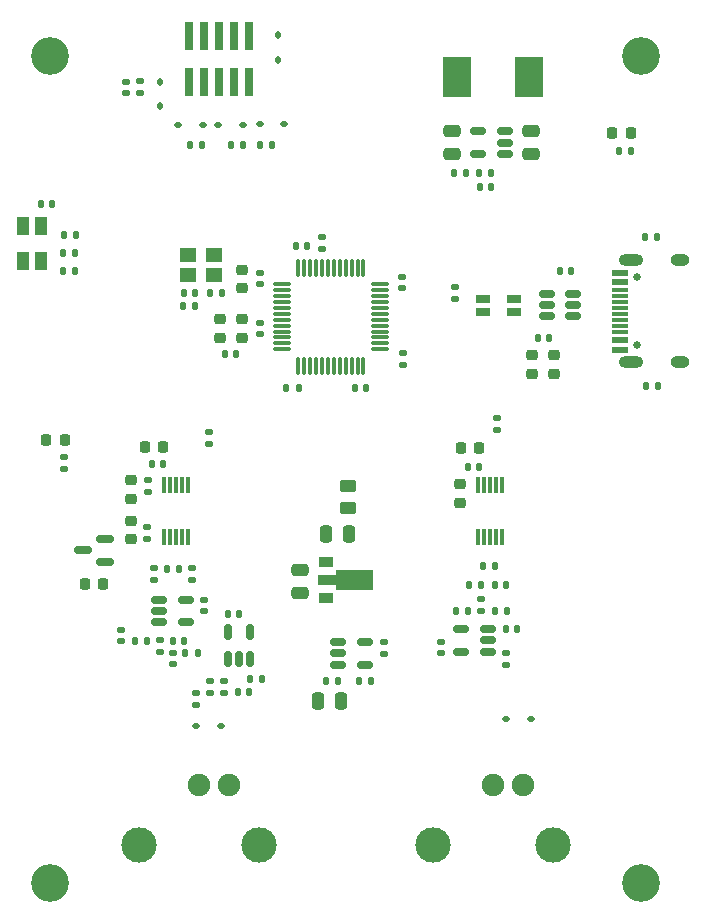
<source format=gbr>
%TF.GenerationSoftware,KiCad,Pcbnew,7.0.9*%
%TF.CreationDate,2024-01-09T08:16:39-05:00*%
%TF.ProjectId,mixed_signal_hw,6d697865-645f-4736-9967-6e616c5f6877,rev?*%
%TF.SameCoordinates,Original*%
%TF.FileFunction,Soldermask,Top*%
%TF.FilePolarity,Negative*%
%FSLAX46Y46*%
G04 Gerber Fmt 4.6, Leading zero omitted, Abs format (unit mm)*
G04 Created by KiCad (PCBNEW 7.0.9) date 2024-01-09 08:16:39*
%MOMM*%
%LPD*%
G01*
G04 APERTURE LIST*
G04 Aperture macros list*
%AMRoundRect*
0 Rectangle with rounded corners*
0 $1 Rounding radius*
0 $2 $3 $4 $5 $6 $7 $8 $9 X,Y pos of 4 corners*
0 Add a 4 corners polygon primitive as box body*
4,1,4,$2,$3,$4,$5,$6,$7,$8,$9,$2,$3,0*
0 Add four circle primitives for the rounded corners*
1,1,$1+$1,$2,$3*
1,1,$1+$1,$4,$5*
1,1,$1+$1,$6,$7*
1,1,$1+$1,$8,$9*
0 Add four rect primitives between the rounded corners*
20,1,$1+$1,$2,$3,$4,$5,0*
20,1,$1+$1,$4,$5,$6,$7,0*
20,1,$1+$1,$6,$7,$8,$9,0*
20,1,$1+$1,$8,$9,$2,$3,0*%
%AMFreePoly0*
4,1,9,3.862500,-0.866500,0.737500,-0.866500,0.737500,-0.450000,-0.737500,-0.450000,-0.737500,0.450000,0.737500,0.450000,0.737500,0.866500,3.862500,0.866500,3.862500,-0.866500,3.862500,-0.866500,$1*%
G04 Aperture macros list end*
%ADD10RoundRect,0.140000X0.170000X-0.140000X0.170000X0.140000X-0.170000X0.140000X-0.170000X-0.140000X0*%
%ADD11RoundRect,0.150000X0.512500X0.150000X-0.512500X0.150000X-0.512500X-0.150000X0.512500X-0.150000X0*%
%ADD12RoundRect,0.140000X0.140000X0.170000X-0.140000X0.170000X-0.140000X-0.170000X0.140000X-0.170000X0*%
%ADD13RoundRect,0.075000X-0.662500X-0.075000X0.662500X-0.075000X0.662500X0.075000X-0.662500X0.075000X0*%
%ADD14RoundRect,0.075000X-0.075000X-0.662500X0.075000X-0.662500X0.075000X0.662500X-0.075000X0.662500X0*%
%ADD15RoundRect,0.135000X0.135000X0.185000X-0.135000X0.185000X-0.135000X-0.185000X0.135000X-0.185000X0*%
%ADD16RoundRect,0.135000X-0.185000X0.135000X-0.185000X-0.135000X0.185000X-0.135000X0.185000X0.135000X0*%
%ADD17RoundRect,0.225000X0.225000X0.250000X-0.225000X0.250000X-0.225000X-0.250000X0.225000X-0.250000X0*%
%ADD18C,3.200000*%
%ADD19RoundRect,0.225000X0.250000X-0.225000X0.250000X0.225000X-0.250000X0.225000X-0.250000X-0.225000X0*%
%ADD20RoundRect,0.225000X-0.250000X0.225000X-0.250000X-0.225000X0.250000X-0.225000X0.250000X0.225000X0*%
%ADD21C,1.900000*%
%ADD22C,3.000000*%
%ADD23RoundRect,0.112500X0.112500X-0.187500X0.112500X0.187500X-0.112500X0.187500X-0.112500X-0.187500X0*%
%ADD24RoundRect,0.140000X-0.140000X-0.170000X0.140000X-0.170000X0.140000X0.170000X-0.140000X0.170000X0*%
%ADD25RoundRect,0.250000X0.475000X-0.250000X0.475000X0.250000X-0.475000X0.250000X-0.475000X-0.250000X0*%
%ADD26R,0.300000X1.450000*%
%ADD27RoundRect,0.135000X0.185000X-0.135000X0.185000X0.135000X-0.185000X0.135000X-0.185000X-0.135000X0*%
%ADD28RoundRect,0.135000X-0.135000X-0.185000X0.135000X-0.185000X0.135000X0.185000X-0.135000X0.185000X0*%
%ADD29R,1.300000X0.900000*%
%ADD30FreePoly0,0.000000*%
%ADD31R,2.350000X3.500000*%
%ADD32RoundRect,0.250000X-0.475000X0.250000X-0.475000X-0.250000X0.475000X-0.250000X0.475000X0.250000X0*%
%ADD33RoundRect,0.112500X-0.112500X0.187500X-0.112500X-0.187500X0.112500X-0.187500X0.112500X0.187500X0*%
%ADD34R,1.100000X1.500000*%
%ADD35RoundRect,0.140000X-0.170000X0.140000X-0.170000X-0.140000X0.170000X-0.140000X0.170000X0.140000X0*%
%ADD36RoundRect,0.250000X-0.450000X0.262500X-0.450000X-0.262500X0.450000X-0.262500X0.450000X0.262500X0*%
%ADD37R,1.200000X0.700000*%
%ADD38R,0.740000X2.400000*%
%ADD39RoundRect,0.112500X0.187500X0.112500X-0.187500X0.112500X-0.187500X-0.112500X0.187500X-0.112500X0*%
%ADD40RoundRect,0.150000X0.150000X-0.512500X0.150000X0.512500X-0.150000X0.512500X-0.150000X-0.512500X0*%
%ADD41R,1.400000X1.200000*%
%ADD42RoundRect,0.250000X0.250000X0.475000X-0.250000X0.475000X-0.250000X-0.475000X0.250000X-0.475000X0*%
%ADD43RoundRect,0.112500X-0.187500X-0.112500X0.187500X-0.112500X0.187500X0.112500X-0.187500X0.112500X0*%
%ADD44RoundRect,0.150000X-0.512500X-0.150000X0.512500X-0.150000X0.512500X0.150000X-0.512500X0.150000X0*%
%ADD45RoundRect,0.147500X0.147500X0.172500X-0.147500X0.172500X-0.147500X-0.172500X0.147500X-0.172500X0*%
%ADD46C,0.650000*%
%ADD47R,1.450000X0.600000*%
%ADD48R,1.450000X0.300000*%
%ADD49O,2.100000X1.000000*%
%ADD50O,1.600000X1.000000*%
%ADD51RoundRect,0.218750X0.218750X0.256250X-0.218750X0.256250X-0.218750X-0.256250X0.218750X-0.256250X0*%
%ADD52RoundRect,0.150000X0.587500X0.150000X-0.587500X0.150000X-0.587500X-0.150000X0.587500X-0.150000X0*%
G04 APERTURE END LIST*
D10*
%TO.C,C300*%
X115260600Y-112120000D03*
X115260600Y-111160000D03*
%TD*%
D11*
%TO.C,U100*%
X139037500Y-66500000D03*
X139037500Y-65550000D03*
X139037500Y-64600000D03*
X136762500Y-64600000D03*
X136762500Y-66500000D03*
%TD*%
D12*
%TO.C,C305*%
X111856400Y-107746800D03*
X110896400Y-107746800D03*
%TD*%
D13*
%TO.C,U200*%
X120125000Y-77549999D03*
X120125000Y-78049999D03*
X120125000Y-78549999D03*
X120125000Y-79049999D03*
X120125000Y-79549999D03*
X120125000Y-80049999D03*
X120125000Y-80549999D03*
X120125000Y-81049999D03*
X120125000Y-81549999D03*
X120125000Y-82049999D03*
X120125000Y-82549999D03*
X120125000Y-83049999D03*
D14*
X121537500Y-84462499D03*
X122037500Y-84462499D03*
X122537500Y-84462499D03*
X123037500Y-84462499D03*
X123537500Y-84462499D03*
X124037500Y-84462499D03*
X124537500Y-84462499D03*
X125037500Y-84462499D03*
X125537500Y-84462499D03*
X126037500Y-84462499D03*
X126537500Y-84462499D03*
X127037500Y-84462499D03*
D13*
X128450000Y-83049999D03*
X128450000Y-82549999D03*
X128450000Y-82049999D03*
X128450000Y-81549999D03*
X128450000Y-81049999D03*
X128450000Y-80549999D03*
X128450000Y-80049999D03*
X128450000Y-79549999D03*
X128450000Y-79049999D03*
X128450000Y-78549999D03*
X128450000Y-78049999D03*
X128450000Y-77549999D03*
D14*
X127037500Y-76137499D03*
X126537500Y-76137499D03*
X126037500Y-76137499D03*
X125537500Y-76137499D03*
X125037500Y-76137499D03*
X124537500Y-76137499D03*
X124037500Y-76137499D03*
X123537500Y-76137499D03*
X123037500Y-76137499D03*
X122537500Y-76137499D03*
X122037500Y-76137499D03*
X121537500Y-76137499D03*
%TD*%
D15*
%TO.C,R212*%
X113410000Y-65760000D03*
X112390000Y-65760000D03*
%TD*%
D10*
%TO.C,C212*%
X106940000Y-61350000D03*
X106940000Y-60390000D03*
%TD*%
D16*
%TO.C,R403*%
X137000000Y-104160000D03*
X137000000Y-105180000D03*
%TD*%
D17*
%TO.C,C309*%
X105019031Y-102910000D03*
X103469031Y-102910000D03*
%TD*%
D16*
%TO.C,R202*%
X130390000Y-83370000D03*
X130390000Y-84390000D03*
%TD*%
D10*
%TO.C,C205*%
X118287500Y-81779999D03*
X118287500Y-80819999D03*
%TD*%
D18*
%TO.C,H4*%
X150500000Y-128250000D03*
%TD*%
D19*
%TO.C,C206*%
X116787500Y-82079999D03*
X116787500Y-80529999D03*
%TD*%
D11*
%TO.C,U401*%
X137557500Y-108650000D03*
X137557500Y-107700000D03*
X137557500Y-106750000D03*
X135282500Y-106750000D03*
X135282500Y-108650000D03*
%TD*%
D12*
%TO.C,C202*%
X127267500Y-86299999D03*
X126307500Y-86299999D03*
%TD*%
D15*
%TO.C,R205*%
X151930000Y-73550000D03*
X150910000Y-73550000D03*
%TD*%
D20*
%TO.C,C100*%
X143185000Y-83565000D03*
X143185000Y-85115000D03*
%TD*%
D21*
%TO.C,J300*%
X113080000Y-119920000D03*
D22*
X118160000Y-125000000D03*
D21*
X115620000Y-119920000D03*
D22*
X108000000Y-125000000D03*
%TD*%
D10*
%TO.C,C201*%
X118287500Y-77529999D03*
X118287500Y-76569999D03*
%TD*%
D19*
%TO.C,C200*%
X116787500Y-77849999D03*
X116787500Y-76299999D03*
%TD*%
D18*
%TO.C,H3*%
X100500000Y-128250000D03*
%TD*%
D11*
%TO.C,U201*%
X144812500Y-80250000D03*
X144812500Y-79300000D03*
X144812500Y-78350000D03*
X142537500Y-78350000D03*
X142537500Y-79300000D03*
X142537500Y-80250000D03*
%TD*%
D12*
%TO.C,C315*%
X110069031Y-92750000D03*
X109109031Y-92750000D03*
%TD*%
D19*
%TO.C,C207*%
X114887500Y-82079999D03*
X114887500Y-80529999D03*
%TD*%
D12*
%TO.C,C302*%
X116510000Y-105450000D03*
X115550000Y-105450000D03*
%TD*%
D15*
%TO.C,R211*%
X116850000Y-65790000D03*
X115830000Y-65790000D03*
%TD*%
D23*
%TO.C,D205*%
X109790000Y-62490000D03*
X109790000Y-60390000D03*
%TD*%
D24*
%TO.C,C209*%
X111827500Y-78299999D03*
X112787500Y-78299999D03*
%TD*%
D15*
%TO.C,R103*%
X149690000Y-66240000D03*
X148670000Y-66240000D03*
%TD*%
D25*
%TO.C,C103*%
X121676800Y-103657800D03*
X121676800Y-101757800D03*
%TD*%
D26*
%TO.C,U303*%
X110174031Y-98930000D03*
X110674031Y-98930000D03*
X111174031Y-98930000D03*
X111674031Y-98930000D03*
X112174031Y-98930000D03*
X112174031Y-94530000D03*
X111674031Y-94530000D03*
X111174031Y-94530000D03*
X110674031Y-94530000D03*
X110174031Y-94530000D03*
%TD*%
D27*
%TO.C,R306*%
X109340000Y-102600000D03*
X109340000Y-101580000D03*
%TD*%
D28*
%TO.C,R402*%
X135990000Y-103030000D03*
X137010000Y-103030000D03*
%TD*%
D29*
%TO.C,U101*%
X123905700Y-101091000D03*
D30*
X123993200Y-102591000D03*
D29*
X123905700Y-104091000D03*
%TD*%
D10*
%TO.C,C108*%
X128814200Y-108820000D03*
X128814200Y-107860000D03*
%TD*%
D20*
%TO.C,C101*%
X141335000Y-83565000D03*
X141335000Y-85115000D03*
%TD*%
D16*
%TO.C,R405*%
X139110000Y-108800000D03*
X139110000Y-109820000D03*
%TD*%
D31*
%TO.C,L101*%
X134975000Y-60000000D03*
X141025000Y-60000000D03*
%TD*%
D32*
%TO.C,C105*%
X141258300Y-64584800D03*
X141258300Y-66484800D03*
%TD*%
D33*
%TO.C,D201*%
X119840000Y-56470000D03*
X119840000Y-58570000D03*
%TD*%
D27*
%TO.C,R204*%
X134800000Y-78800000D03*
X134800000Y-77780000D03*
%TD*%
D16*
%TO.C,R213*%
X108100000Y-60350000D03*
X108100000Y-61370000D03*
%TD*%
D34*
%TO.C,D200*%
X99740000Y-72580000D03*
X99740000Y-75580000D03*
X98240000Y-75580000D03*
X98240000Y-72580000D03*
%TD*%
D35*
%TO.C,C306*%
X113512600Y-104272200D03*
X113512600Y-105232200D03*
%TD*%
D27*
%TO.C,R308*%
X101696800Y-93193200D03*
X101696800Y-92173200D03*
%TD*%
D16*
%TO.C,R309*%
X113980000Y-90020000D03*
X113980000Y-91040000D03*
%TD*%
D24*
%TO.C,C301*%
X116422800Y-112105200D03*
X117382800Y-112105200D03*
%TD*%
D15*
%TO.C,R302*%
X118440000Y-110930000D03*
X117420000Y-110930000D03*
%TD*%
D24*
%TO.C,C204*%
X121327500Y-74299999D03*
X122287500Y-74299999D03*
%TD*%
D15*
%TO.C,R209*%
X102650000Y-74890000D03*
X101630000Y-74890000D03*
%TD*%
D27*
%TO.C,R304*%
X109778800Y-108716000D03*
X109778800Y-107696000D03*
%TD*%
D12*
%TO.C,C401*%
X136825000Y-92980000D03*
X135865000Y-92980000D03*
%TD*%
D36*
%TO.C,R100*%
X125690000Y-94670000D03*
X125690000Y-96495000D03*
%TD*%
D37*
%TO.C,FL201*%
X139775000Y-79875000D03*
X139775000Y-78775000D03*
X137125000Y-78775000D03*
X137125000Y-79875000D03*
%TD*%
D18*
%TO.C,H2*%
X150500000Y-58250000D03*
%TD*%
D35*
%TO.C,C203*%
X130320000Y-76940000D03*
X130320000Y-77900000D03*
%TD*%
D24*
%TO.C,C403*%
X138180000Y-103040000D03*
X139140000Y-103040000D03*
%TD*%
D38*
%TO.C,J200*%
X117320000Y-56530000D03*
X117320000Y-60430000D03*
X116050000Y-56530000D03*
X116050000Y-60430000D03*
X114780000Y-56530000D03*
X114780000Y-60430000D03*
X113510000Y-56530000D03*
X113510000Y-60430000D03*
X112240000Y-56530000D03*
X112240000Y-60430000D03*
%TD*%
D15*
%TO.C,R102*%
X135721100Y-68161200D03*
X134701100Y-68161200D03*
%TD*%
%TO.C,R104*%
X127675200Y-111180000D03*
X126655200Y-111180000D03*
%TD*%
D24*
%TO.C,C210*%
X143670000Y-76390000D03*
X144630000Y-76390000D03*
%TD*%
D39*
%TO.C,D300*%
X114975000Y-114950000D03*
X112875000Y-114950000D03*
%TD*%
D17*
%TO.C,C308*%
X101730000Y-90750000D03*
X100180000Y-90750000D03*
%TD*%
D15*
%TO.C,R207*%
X102680000Y-73380000D03*
X101660000Y-73380000D03*
%TD*%
D10*
%TO.C,C310*%
X108744031Y-99100000D03*
X108744031Y-98140000D03*
%TD*%
D26*
%TO.C,U400*%
X136770000Y-98970000D03*
X137270000Y-98970000D03*
X137770000Y-98970000D03*
X138270000Y-98970000D03*
X138770000Y-98970000D03*
X138770000Y-94570000D03*
X138270000Y-94570000D03*
X137770000Y-94570000D03*
X137270000Y-94570000D03*
X136770000Y-94570000D03*
%TD*%
D40*
%TO.C,U300*%
X115536800Y-109283600D03*
X116486800Y-109283600D03*
X117436800Y-109283600D03*
X117436800Y-107008600D03*
X115536800Y-107008600D03*
%TD*%
D28*
%TO.C,R210*%
X118240000Y-65760000D03*
X119260000Y-65760000D03*
%TD*%
D21*
%TO.C,J400*%
X138023600Y-119920000D03*
D22*
X143103600Y-125000000D03*
D21*
X140563600Y-119920000D03*
D22*
X132943600Y-125000000D03*
%TD*%
D28*
%TO.C,R401*%
X137195000Y-101370000D03*
X138215000Y-101370000D03*
%TD*%
D41*
%TO.C,Y200*%
X114362500Y-75099999D03*
X112162500Y-75099999D03*
X112162500Y-76799999D03*
X114362500Y-76799999D03*
%TD*%
D15*
%TO.C,R105*%
X124877200Y-111180000D03*
X123857200Y-111180000D03*
%TD*%
%TO.C,R206*%
X151980000Y-86180000D03*
X150960000Y-86180000D03*
%TD*%
D10*
%TO.C,C304*%
X106500000Y-107750000D03*
X106500000Y-106790000D03*
%TD*%
D42*
%TO.C,C107*%
X125100000Y-112860000D03*
X123200000Y-112860000D03*
%TD*%
D28*
%TO.C,R404*%
X138190000Y-105200000D03*
X139210000Y-105200000D03*
%TD*%
D35*
%TO.C,C406*%
X133618400Y-107800000D03*
X133618400Y-108760000D03*
%TD*%
D24*
%TO.C,C404*%
X139120000Y-106700000D03*
X140080000Y-106700000D03*
%TD*%
D43*
%TO.C,D400*%
X139120000Y-114320000D03*
X141220000Y-114320000D03*
%TD*%
D17*
%TO.C,C400*%
X136840000Y-91450000D03*
X135290000Y-91450000D03*
%TD*%
D27*
%TO.C,R300*%
X112850600Y-113190000D03*
X112850600Y-112170000D03*
%TD*%
D44*
%TO.C,U102*%
X124902600Y-107857600D03*
X124902600Y-108807600D03*
X124902600Y-109757600D03*
X127177600Y-109757600D03*
X127177600Y-107857600D03*
%TD*%
D16*
%TO.C,R200*%
X123560000Y-73540000D03*
X123560000Y-74560000D03*
%TD*%
D43*
%TO.C,D204*%
X111330000Y-64030000D03*
X113430000Y-64030000D03*
%TD*%
D15*
%TO.C,R303*%
X112990000Y-108810000D03*
X111970000Y-108810000D03*
%TD*%
D45*
%TO.C,L100*%
X142755000Y-82140000D03*
X141785000Y-82140000D03*
%TD*%
D35*
%TO.C,C312*%
X108764031Y-94150000D03*
X108764031Y-95110000D03*
%TD*%
D12*
%TO.C,C208*%
X115037500Y-78299999D03*
X114077500Y-78299999D03*
%TD*%
%TO.C,C405*%
X135850000Y-105190000D03*
X134890000Y-105190000D03*
%TD*%
D16*
%TO.C,R301*%
X114060600Y-111140000D03*
X114060600Y-112160000D03*
%TD*%
D18*
%TO.C,H1*%
X100500000Y-58250000D03*
%TD*%
D35*
%TO.C,C303*%
X110930000Y-108780000D03*
X110930000Y-109740000D03*
%TD*%
D46*
%TO.C,J201*%
X150210000Y-82715000D03*
X150210000Y-76935000D03*
D47*
X148765000Y-83075000D03*
X148765000Y-82275000D03*
D48*
X148765000Y-81075000D03*
X148765000Y-80075000D03*
X148765000Y-79575000D03*
X148765000Y-78575000D03*
D47*
X148765000Y-77375000D03*
X148765000Y-76575000D03*
X148765000Y-76575000D03*
X148765000Y-77375000D03*
D48*
X148765000Y-78075000D03*
X148765000Y-79075000D03*
X148765000Y-80575000D03*
X148765000Y-81575000D03*
D47*
X148765000Y-82275000D03*
X148765000Y-83075000D03*
D49*
X149680000Y-84145000D03*
D50*
X153860000Y-84145000D03*
D49*
X149680000Y-75505000D03*
D50*
X153860000Y-75505000D03*
%TD*%
D16*
%TO.C,R400*%
X138365000Y-88890000D03*
X138365000Y-89910000D03*
%TD*%
D42*
%TO.C,C102*%
X125791600Y-98730200D03*
X123891600Y-98730200D03*
%TD*%
D15*
%TO.C,R101*%
X137831300Y-68151000D03*
X136811300Y-68151000D03*
%TD*%
D20*
%TO.C,C402*%
X135240000Y-94500000D03*
X135240000Y-96050000D03*
%TD*%
D39*
%TO.C,D203*%
X116820000Y-64030000D03*
X114720000Y-64030000D03*
%TD*%
D12*
%TO.C,C106*%
X137829300Y-69304200D03*
X136869300Y-69304200D03*
%TD*%
D27*
%TO.C,R307*%
X112522000Y-102610000D03*
X112522000Y-101590000D03*
%TD*%
D32*
%TO.C,C104*%
X134527300Y-64584800D03*
X134527300Y-66484800D03*
%TD*%
D15*
%TO.C,R208*%
X102650000Y-76440000D03*
X101630000Y-76440000D03*
%TD*%
D24*
%TO.C,C307*%
X110440000Y-101620000D03*
X111400000Y-101620000D03*
%TD*%
D43*
%TO.C,D202*%
X118240000Y-64020000D03*
X120340000Y-64020000D03*
%TD*%
D44*
%TO.C,U301*%
X109739000Y-104267000D03*
X109739000Y-105217000D03*
X109739000Y-106167000D03*
X112014000Y-106167000D03*
X112014000Y-104267000D03*
%TD*%
D51*
%TO.C,D100*%
X149695000Y-64700000D03*
X148120000Y-64700000D03*
%TD*%
D24*
%TO.C,C211*%
X99715000Y-70748400D03*
X100675000Y-70748400D03*
%TD*%
D52*
%TO.C,U302*%
X105161531Y-101040000D03*
X105161531Y-99140000D03*
X103286531Y-100090000D03*
%TD*%
D28*
%TO.C,R201*%
X111777500Y-79424999D03*
X112797500Y-79424999D03*
%TD*%
D19*
%TO.C,C311*%
X107344031Y-99110000D03*
X107344031Y-97560000D03*
%TD*%
D15*
%TO.C,R305*%
X108675000Y-107750000D03*
X107655000Y-107750000D03*
%TD*%
%TO.C,R203*%
X121540000Y-86310000D03*
X120520000Y-86310000D03*
%TD*%
D20*
%TO.C,C313*%
X107344031Y-94160000D03*
X107344031Y-95710000D03*
%TD*%
D45*
%TO.C,L200*%
X116257500Y-83479999D03*
X115287500Y-83479999D03*
%TD*%
D17*
%TO.C,C314*%
X110055000Y-91360000D03*
X108505000Y-91360000D03*
%TD*%
M02*

</source>
